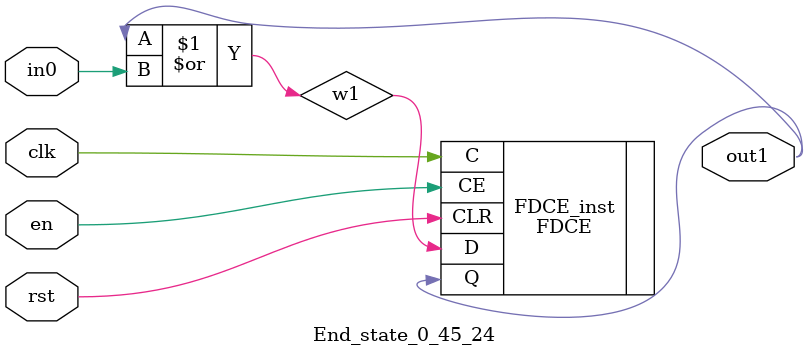
<source format=v>
module engine_0_45(out,clk,sod,en, in_1, in_3, in_4, in_7, in_8, in_10, in_14, in_16, in_17, in_21, in_30, in_36, in_44);
//pcre: /pointer-events\s*\x3a\s*none\s*\x3b/i
//block char: \x20[8], N[0], O[0], I[0], S[0], -[0], v[0], r[0], e[0], p[0], t[0], \x3A[8], \x3B[8], 

	input clk,sod,en;

	input in_1, in_3, in_4, in_7, in_8, in_10, in_14, in_16, in_17, in_21, in_30, in_36, in_44;
	output out;

	assign w0 = 1'b1;
	state_0_45_1 BlockState_0_45_1 (w1,in_21,clk,en,sod,w0);
	state_0_45_2 BlockState_0_45_2 (w2,in_4,clk,en,sod,w1);
	state_0_45_3 BlockState_0_45_3 (w3,in_7,clk,en,sod,w2);
	state_0_45_4 BlockState_0_45_4 (w4,in_3,clk,en,sod,w3);
	state_0_45_5 BlockState_0_45_5 (w5,in_30,clk,en,sod,w4);
	state_0_45_6 BlockState_0_45_6 (w6,in_17,clk,en,sod,w5);
	state_0_45_7 BlockState_0_45_7 (w7,in_16,clk,en,sod,w6);
	state_0_45_8 BlockState_0_45_8 (w8,in_10,clk,en,sod,w7);
	state_0_45_9 BlockState_0_45_9 (w9,in_17,clk,en,sod,w8);
	state_0_45_10 BlockState_0_45_10 (w10,in_14,clk,en,sod,w9);
	state_0_45_11 BlockState_0_45_11 (w11,in_17,clk,en,sod,w10);
	state_0_45_12 BlockState_0_45_12 (w12,in_3,clk,en,sod,w11);
	state_0_45_13 BlockState_0_45_13 (w13,in_30,clk,en,sod,w12);
	state_0_45_14 BlockState_0_45_14 (w14,in_8,clk,en,sod,w13);
	state_0_45_15 BlockState_0_45_15 (w15,in_1,clk,en,sod,w15,w14);
	state_0_45_16 BlockState_0_45_16 (w16,in_36,clk,en,sod,w14,w15);
	state_0_45_17 BlockState_0_45_17 (w17,in_1,clk,en,sod,w17,w16);
	state_0_45_18 BlockState_0_45_18 (w18,in_3,clk,en,sod,w16,w17);
	state_0_45_19 BlockState_0_45_19 (w19,in_4,clk,en,sod,w18);
	state_0_45_20 BlockState_0_45_20 (w20,in_3,clk,en,sod,w19);
	state_0_45_21 BlockState_0_45_21 (w21,in_17,clk,en,sod,w20);
	state_0_45_22 BlockState_0_45_22 (w22,in_1,clk,en,sod,w22,w21);
	state_0_45_23 BlockState_0_45_23 (w23,in_44,clk,en,sod,w21,w22);
	End_state_0_45_24 BlockState_0_45_24 (out,clk,en,sod,w23);
endmodule

module state_0_45_1(out1,in_char,clk,en,rst,in0);
	input in_char,clk,en,rst,in0;
	output out1;
	wire w1,w2;
	assign w1 = in0; 
	and(w2,in_char,w1);
	FDCE #(.INIT(1'b0)) FDCE_inst (
		.Q(out1),
		.C(clk),
		.CE(en),
		.CLR(rst),
		.D(w2)
);
endmodule

module state_0_45_2(out1,in_char,clk,en,rst,in0);
	input in_char,clk,en,rst,in0;
	output out1;
	wire w1,w2;
	assign w1 = in0; 
	and(w2,in_char,w1);
	FDCE #(.INIT(1'b0)) FDCE_inst (
		.Q(out1),
		.C(clk),
		.CE(en),
		.CLR(rst),
		.D(w2)
);
endmodule

module state_0_45_3(out1,in_char,clk,en,rst,in0);
	input in_char,clk,en,rst,in0;
	output out1;
	wire w1,w2;
	assign w1 = in0; 
	and(w2,in_char,w1);
	FDCE #(.INIT(1'b0)) FDCE_inst (
		.Q(out1),
		.C(clk),
		.CE(en),
		.CLR(rst),
		.D(w2)
);
endmodule

module state_0_45_4(out1,in_char,clk,en,rst,in0);
	input in_char,clk,en,rst,in0;
	output out1;
	wire w1,w2;
	assign w1 = in0; 
	and(w2,in_char,w1);
	FDCE #(.INIT(1'b0)) FDCE_inst (
		.Q(out1),
		.C(clk),
		.CE(en),
		.CLR(rst),
		.D(w2)
);
endmodule

module state_0_45_5(out1,in_char,clk,en,rst,in0);
	input in_char,clk,en,rst,in0;
	output out1;
	wire w1,w2;
	assign w1 = in0; 
	and(w2,in_char,w1);
	FDCE #(.INIT(1'b0)) FDCE_inst (
		.Q(out1),
		.C(clk),
		.CE(en),
		.CLR(rst),
		.D(w2)
);
endmodule

module state_0_45_6(out1,in_char,clk,en,rst,in0);
	input in_char,clk,en,rst,in0;
	output out1;
	wire w1,w2;
	assign w1 = in0; 
	and(w2,in_char,w1);
	FDCE #(.INIT(1'b0)) FDCE_inst (
		.Q(out1),
		.C(clk),
		.CE(en),
		.CLR(rst),
		.D(w2)
);
endmodule

module state_0_45_7(out1,in_char,clk,en,rst,in0);
	input in_char,clk,en,rst,in0;
	output out1;
	wire w1,w2;
	assign w1 = in0; 
	and(w2,in_char,w1);
	FDCE #(.INIT(1'b0)) FDCE_inst (
		.Q(out1),
		.C(clk),
		.CE(en),
		.CLR(rst),
		.D(w2)
);
endmodule

module state_0_45_8(out1,in_char,clk,en,rst,in0);
	input in_char,clk,en,rst,in0;
	output out1;
	wire w1,w2;
	assign w1 = in0; 
	and(w2,in_char,w1);
	FDCE #(.INIT(1'b0)) FDCE_inst (
		.Q(out1),
		.C(clk),
		.CE(en),
		.CLR(rst),
		.D(w2)
);
endmodule

module state_0_45_9(out1,in_char,clk,en,rst,in0);
	input in_char,clk,en,rst,in0;
	output out1;
	wire w1,w2;
	assign w1 = in0; 
	and(w2,in_char,w1);
	FDCE #(.INIT(1'b0)) FDCE_inst (
		.Q(out1),
		.C(clk),
		.CE(en),
		.CLR(rst),
		.D(w2)
);
endmodule

module state_0_45_10(out1,in_char,clk,en,rst,in0);
	input in_char,clk,en,rst,in0;
	output out1;
	wire w1,w2;
	assign w1 = in0; 
	and(w2,in_char,w1);
	FDCE #(.INIT(1'b0)) FDCE_inst (
		.Q(out1),
		.C(clk),
		.CE(en),
		.CLR(rst),
		.D(w2)
);
endmodule

module state_0_45_11(out1,in_char,clk,en,rst,in0);
	input in_char,clk,en,rst,in0;
	output out1;
	wire w1,w2;
	assign w1 = in0; 
	and(w2,in_char,w1);
	FDCE #(.INIT(1'b0)) FDCE_inst (
		.Q(out1),
		.C(clk),
		.CE(en),
		.CLR(rst),
		.D(w2)
);
endmodule

module state_0_45_12(out1,in_char,clk,en,rst,in0);
	input in_char,clk,en,rst,in0;
	output out1;
	wire w1,w2;
	assign w1 = in0; 
	and(w2,in_char,w1);
	FDCE #(.INIT(1'b0)) FDCE_inst (
		.Q(out1),
		.C(clk),
		.CE(en),
		.CLR(rst),
		.D(w2)
);
endmodule

module state_0_45_13(out1,in_char,clk,en,rst,in0);
	input in_char,clk,en,rst,in0;
	output out1;
	wire w1,w2;
	assign w1 = in0; 
	and(w2,in_char,w1);
	FDCE #(.INIT(1'b0)) FDCE_inst (
		.Q(out1),
		.C(clk),
		.CE(en),
		.CLR(rst),
		.D(w2)
);
endmodule

module state_0_45_14(out1,in_char,clk,en,rst,in0);
	input in_char,clk,en,rst,in0;
	output out1;
	wire w1,w2;
	assign w1 = in0; 
	and(w2,in_char,w1);
	FDCE #(.INIT(1'b0)) FDCE_inst (
		.Q(out1),
		.C(clk),
		.CE(en),
		.CLR(rst),
		.D(w2)
);
endmodule

module state_0_45_15(out1,in_char,clk,en,rst,in0,in1);
	input in_char,clk,en,rst,in0,in1;
	output out1;
	wire w1,w2;
	or(w1,in0,in1);
	and(w2,in_char,w1);
	FDCE #(.INIT(1'b0)) FDCE_inst (
		.Q(out1),
		.C(clk),
		.CE(en),
		.CLR(rst),
		.D(w2)
);
endmodule

module state_0_45_16(out1,in_char,clk,en,rst,in0,in1);
	input in_char,clk,en,rst,in0,in1;
	output out1;
	wire w1,w2;
	or(w1,in0,in1);
	and(w2,in_char,w1);
	FDCE #(.INIT(1'b0)) FDCE_inst (
		.Q(out1),
		.C(clk),
		.CE(en),
		.CLR(rst),
		.D(w2)
);
endmodule

module state_0_45_17(out1,in_char,clk,en,rst,in0,in1);
	input in_char,clk,en,rst,in0,in1;
	output out1;
	wire w1,w2;
	or(w1,in0,in1);
	and(w2,in_char,w1);
	FDCE #(.INIT(1'b0)) FDCE_inst (
		.Q(out1),
		.C(clk),
		.CE(en),
		.CLR(rst),
		.D(w2)
);
endmodule

module state_0_45_18(out1,in_char,clk,en,rst,in0,in1);
	input in_char,clk,en,rst,in0,in1;
	output out1;
	wire w1,w2;
	or(w1,in0,in1);
	and(w2,in_char,w1);
	FDCE #(.INIT(1'b0)) FDCE_inst (
		.Q(out1),
		.C(clk),
		.CE(en),
		.CLR(rst),
		.D(w2)
);
endmodule

module state_0_45_19(out1,in_char,clk,en,rst,in0);
	input in_char,clk,en,rst,in0;
	output out1;
	wire w1,w2;
	assign w1 = in0; 
	and(w2,in_char,w1);
	FDCE #(.INIT(1'b0)) FDCE_inst (
		.Q(out1),
		.C(clk),
		.CE(en),
		.CLR(rst),
		.D(w2)
);
endmodule

module state_0_45_20(out1,in_char,clk,en,rst,in0);
	input in_char,clk,en,rst,in0;
	output out1;
	wire w1,w2;
	assign w1 = in0; 
	and(w2,in_char,w1);
	FDCE #(.INIT(1'b0)) FDCE_inst (
		.Q(out1),
		.C(clk),
		.CE(en),
		.CLR(rst),
		.D(w2)
);
endmodule

module state_0_45_21(out1,in_char,clk,en,rst,in0);
	input in_char,clk,en,rst,in0;
	output out1;
	wire w1,w2;
	assign w1 = in0; 
	and(w2,in_char,w1);
	FDCE #(.INIT(1'b0)) FDCE_inst (
		.Q(out1),
		.C(clk),
		.CE(en),
		.CLR(rst),
		.D(w2)
);
endmodule

module state_0_45_22(out1,in_char,clk,en,rst,in0,in1);
	input in_char,clk,en,rst,in0,in1;
	output out1;
	wire w1,w2;
	or(w1,in0,in1);
	and(w2,in_char,w1);
	FDCE #(.INIT(1'b0)) FDCE_inst (
		.Q(out1),
		.C(clk),
		.CE(en),
		.CLR(rst),
		.D(w2)
);
endmodule

module state_0_45_23(out1,in_char,clk,en,rst,in0,in1);
	input in_char,clk,en,rst,in0,in1;
	output out1;
	wire w1,w2;
	or(w1,in0,in1);
	and(w2,in_char,w1);
	FDCE #(.INIT(1'b0)) FDCE_inst (
		.Q(out1),
		.C(clk),
		.CE(en),
		.CLR(rst),
		.D(w2)
);
endmodule

module End_state_0_45_24(out1,clk,en,rst,in0);
	input clk,rst,en,in0;
	output out1;
	wire w1;
	or(w1,out1,in0);
	FDCE #(.INIT(1'b0)) FDCE_inst (
		.Q(out1),
		.C(clk),
		.CE(en),
		.CLR(rst),
		.D(w1)
);
endmodule


</source>
